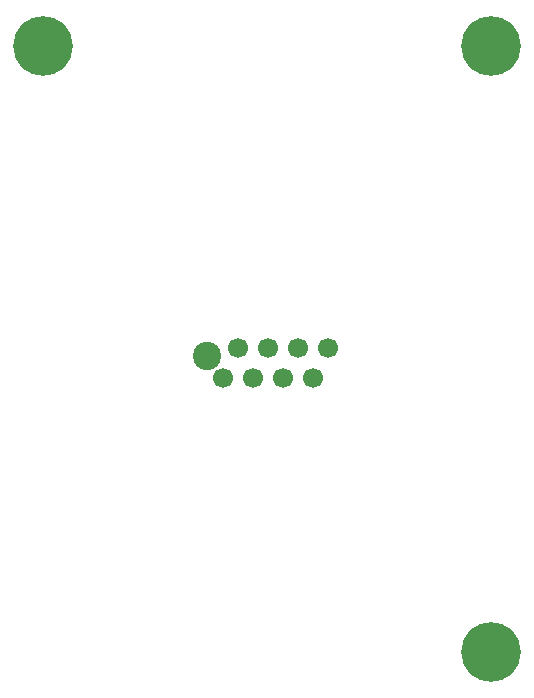
<source format=gbs>
G04 #@! TF.GenerationSoftware,KiCad,Pcbnew,(5.0.0)*
G04 #@! TF.CreationDate,2018-12-02T22:24:04-05:00*
G04 #@! TF.ProjectId,structural_test,7374727563747572616C5F746573742E,rev?*
G04 #@! TF.SameCoordinates,Original*
G04 #@! TF.FileFunction,Soldermask,Bot*
G04 #@! TF.FilePolarity,Negative*
%FSLAX46Y46*%
G04 Gerber Fmt 4.6, Leading zero omitted, Abs format (unit mm)*
G04 Created by KiCad (PCBNEW (5.0.0)) date 12/02/18 22:24:04*
%MOMM*%
%LPD*%
G01*
G04 APERTURE LIST*
%ADD10C,5.048200*%
%ADD11C,2.400000*%
%ADD12C,1.700000*%
G04 APERTURE END LIST*
D10*
G04 #@! TO.C,B1*
X68300000Y-85550000D03*
G04 #@! TD*
G04 #@! TO.C,B3*
X106300000Y-136800000D03*
G04 #@! TD*
D11*
G04 #@! TO.C,J1*
X82220000Y-111800000D03*
D12*
X92510000Y-111060000D03*
X89970000Y-111060000D03*
X87430000Y-111060000D03*
X84890000Y-111060000D03*
X91240000Y-113600000D03*
X83620000Y-113600000D03*
X86160000Y-113600000D03*
X88700000Y-113600000D03*
G04 #@! TD*
D10*
G04 #@! TO.C,B2*
X106300000Y-85550000D03*
G04 #@! TD*
M02*

</source>
